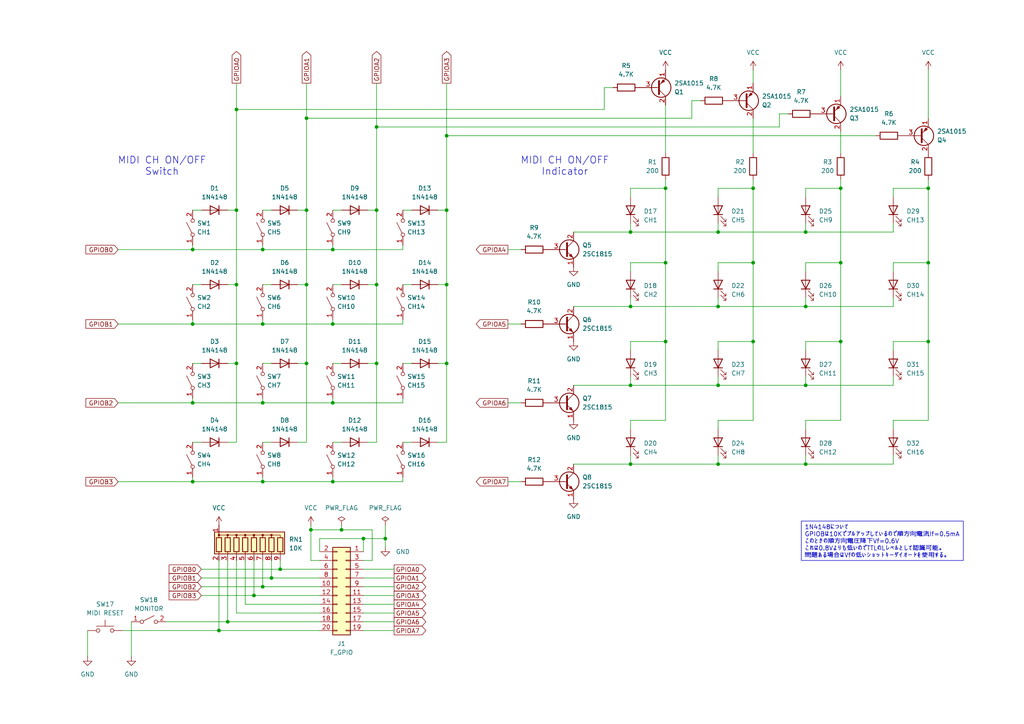
<source format=kicad_sch>
(kicad_sch (version 20231120) (generator "eeschema") (generator_version "8.0")
  (paper "A4")
  (title_block (title "MIDI Channel Selector") (date "2025-03-03") (rev "2.0") (company "46nori"))
  (junction (at 55.88 116.84))
  (junction (at 269.24 54.61))
  (junction (at 182.88 67.31))
  (junction (at 66.04 180.34))
  (junction (at 68.58 82.55))
  (junction (at 90.17 153.67))
  (junction (at 68.58 31.75))
  (junction (at 208.28 134.62))
  (junction (at 109.22 36.83))
  (junction (at 193.04 99.06))
  (junction (at 182.88 111.76))
  (junction (at 243.84 76.2))
  (junction (at 218.44 76.2))
  (junction (at 96.52 116.84))
  (junction (at 109.22 60.96))
  (junction (at 68.58 60.96))
  (junction (at 76.2 170.18))
  (junction (at 233.68 67.31))
  (junction (at 96.52 139.7))
  (junction (at 81.28 165.1))
  (junction (at 96.52 72.39))
  (junction (at 218.44 54.61))
  (junction (at 182.88 88.9))
  (junction (at 233.68 134.62))
  (junction (at 55.88 93.98))
  (junction (at 88.9 60.96))
  (junction (at 109.22 82.55))
  (junction (at 55.88 72.39))
  (junction (at 269.24 76.2))
  (junction (at 129.54 60.96))
  (junction (at 99.06 153.67))
  (junction (at 218.44 99.06))
  (junction (at 243.84 54.61))
  (junction (at 78.74 167.64))
  (junction (at 88.9 82.55))
  (junction (at 208.28 67.31))
  (junction (at 55.88 139.7))
  (junction (at 243.84 99.06))
  (junction (at 129.54 39.37))
  (junction (at 208.28 88.9))
  (junction (at 88.9 105.41))
  (junction (at 76.2 93.98))
  (junction (at 76.2 116.84))
  (junction (at 109.22 105.41))
  (junction (at 73.66 172.72))
  (junction (at 76.2 139.7))
  (junction (at 105.41 156.21))
  (junction (at 233.68 111.76))
  (junction (at 88.9 34.29))
  (junction (at 269.24 99.06))
  (junction (at 193.04 76.2))
  (junction (at 208.28 111.76))
  (junction (at 193.04 54.61))
  (junction (at 182.88 134.62))
  (junction (at 63.5 182.88))
  (junction (at 129.54 82.55))
  (junction (at 129.54 105.41))
  (junction (at 76.2 72.39))
  (junction (at 68.58 105.41))
  (junction (at 96.52 93.98))
  (junction (at 233.68 88.9))
  (junction (at 111.76 156.21))
  (wire (pts (xy 88.9 34.29) (xy 200.66 34.29)))
  (wire (pts (xy 34.29 116.84) (xy 55.88 116.84)))
  (wire (pts (xy 226.06 36.83) (xy 226.06 33.02)))
  (wire (pts (xy 76.2 72.39) (xy 96.52 72.39)))
  (wire (pts (xy 182.88 101.6) (xy 182.88 99.06)))
  (wire (pts (xy 99.06 128.27) (xy 96.52 128.27)))
  (wire (pts (xy 114.3 180.34) (xy 105.41 180.34)))
  (wire (pts (xy 58.42 167.64) (xy 78.74 167.64)))
  (wire (pts (xy 88.9 128.27) (xy 86.36 128.27)))
  (wire (pts (xy 116.84 93.98) (xy 116.84 92.71)))
  (wire (pts (xy 114.3 170.18) (xy 105.41 170.18)))
  (wire (pts (xy 34.29 139.7) (xy 55.88 139.7)))
  (wire (pts (xy 88.9 82.55) (xy 88.9 105.41)))
  (wire (pts (xy 208.28 54.61) (xy 208.28 57.15)))
  (wire (pts (xy 259.08 99.06) (xy 269.24 99.06)))
  (wire (pts (xy 96.52 93.98) (xy 96.52 92.71)))
  (wire (pts (xy 147.32 72.39) (xy 151.13 72.39)))
  (wire (pts (xy 55.88 116.84) (xy 76.2 116.84)))
  (wire (pts (xy 233.68 67.31) (xy 233.68 64.77)))
  (wire (pts (xy 96.52 116.84) (xy 116.84 116.84)))
  (wire (pts (xy 129.54 39.37) (xy 129.54 60.96)))
  (wire (pts (xy 208.28 111.76) (xy 208.28 109.22)))
  (wire (pts (xy 76.2 93.98) (xy 76.2 92.71)))
  (wire (pts (xy 269.24 20.32) (xy 269.24 34.29)))
  (wire (pts (xy 114.3 167.64) (xy 105.41 167.64)))
  (wire (pts (xy 66.04 180.34) (xy 92.71 180.34)))
  (wire (pts (xy 243.84 99.06) (xy 243.84 76.2)))
  (wire (pts (xy 109.22 36.83) (xy 109.22 60.96)))
  (wire (pts (xy 55.88 93.98) (xy 76.2 93.98)))
  (wire (pts (xy 71.12 162.56) (xy 71.12 175.26)))
  (wire (pts (xy 81.28 165.1) (xy 92.71 165.1)))
  (wire (pts (xy 68.58 162.56) (xy 68.58 177.8)))
  (wire (pts (xy 259.08 78.74) (xy 259.08 76.2)))
  (wire (pts (xy 99.06 82.55) (xy 96.52 82.55)))
  (wire (pts (xy 88.9 34.29) (xy 88.9 60.96)))
  (wire (pts (xy 114.3 165.1) (xy 105.41 165.1)))
  (wire (pts (xy 34.29 72.39) (xy 55.88 72.39)))
  (wire (pts (xy 233.68 54.61) (xy 243.84 54.61)))
  (wire (pts (xy 111.76 158.75) (xy 111.76 156.21)))
  (wire (pts (xy 259.08 134.62) (xy 259.08 132.08)))
  (wire (pts (xy 55.88 116.84) (xy 55.88 115.57)))
  (wire (pts (xy 208.28 101.6) (xy 208.28 99.06)))
  (wire (pts (xy 76.2 139.7) (xy 96.52 139.7)))
  (wire (pts (xy 109.22 24.13) (xy 109.22 36.83)))
  (wire (pts (xy 58.42 105.41) (xy 55.88 105.41)))
  (wire (pts (xy 55.88 72.39) (xy 76.2 72.39)))
  (wire (pts (xy 78.74 167.64) (xy 92.71 167.64)))
  (wire (pts (xy 92.71 156.21) (xy 92.71 160.02)))
  (wire (pts (xy 90.17 162.56) (xy 92.71 162.56)))
  (wire (pts (xy 243.84 54.61) (xy 243.84 76.2)))
  (wire (pts (xy 218.44 52.07) (xy 218.44 54.61)))
  (wire (pts (xy 58.42 60.96) (xy 55.88 60.96)))
  (wire (pts (xy 243.84 121.92) (xy 243.84 99.06)))
  (wire (pts (xy 208.28 88.9) (xy 208.28 86.36)))
  (wire (pts (xy 182.88 88.9) (xy 182.88 86.36)))
  (wire (pts (xy 107.95 153.67) (xy 99.06 153.67)))
  (wire (pts (xy 208.28 88.9) (xy 233.68 88.9)))
  (wire (pts (xy 193.04 30.48) (xy 193.04 44.45)))
  (wire (pts (xy 218.44 34.29) (xy 218.44 44.45)))
  (wire (pts (xy 218.44 99.06) (xy 218.44 121.92)))
  (wire (pts (xy 111.76 156.21) (xy 105.41 156.21)))
  (wire (pts (xy 76.2 93.98) (xy 96.52 93.98)))
  (wire (pts (xy 129.54 82.55) (xy 129.54 105.41)))
  (wire (pts (xy 78.74 82.55) (xy 76.2 82.55)))
  (wire (pts (xy 129.54 105.41) (xy 127 105.41)))
  (wire (pts (xy 233.68 111.76) (xy 233.68 109.22)))
  (wire (pts (xy 200.66 34.29) (xy 200.66 29.21)))
  (wire (pts (xy 34.29 93.98) (xy 55.88 93.98)))
  (wire (pts (xy 105.41 162.56) (xy 107.95 162.56)))
  (wire (pts (xy 182.88 99.06) (xy 193.04 99.06)))
  (wire (pts (xy 76.2 116.84) (xy 96.52 116.84)))
  (wire (pts (xy 208.28 78.74) (xy 208.28 76.2)))
  (wire (pts (xy 175.26 31.75) (xy 175.26 25.4)))
  (wire (pts (xy 109.22 105.41) (xy 109.22 128.27)))
  (wire (pts (xy 63.5 182.88) (xy 92.71 182.88)))
  (wire (pts (xy 182.88 121.92) (xy 182.88 124.46)))
  (wire (pts (xy 88.9 105.41) (xy 86.36 105.41)))
  (wire (pts (xy 88.9 60.96) (xy 86.36 60.96)))
  (wire (pts (xy 193.04 76.2) (xy 193.04 99.06)))
  (wire (pts (xy 63.5 162.56) (xy 63.5 182.88)))
  (wire (pts (xy 233.68 111.76) (xy 259.08 111.76)))
  (wire (pts (xy 109.22 82.55) (xy 109.22 105.41)))
  (wire (pts (xy 55.88 139.7) (xy 55.88 138.43)))
  (wire (pts (xy 233.68 99.06) (xy 243.84 99.06)))
  (wire (pts (xy 68.58 128.27) (xy 66.04 128.27)))
  (wire (pts (xy 233.68 88.9) (xy 259.08 88.9)))
  (wire (pts (xy 193.04 54.61) (xy 193.04 76.2)))
  (wire (pts (xy 88.9 105.41) (xy 88.9 128.27)))
  (wire (pts (xy 116.84 139.7) (xy 116.84 138.43)))
  (wire (pts (xy 166.37 88.9) (xy 182.88 88.9)))
  (wire (pts (xy 182.88 88.9) (xy 208.28 88.9)))
  (wire (pts (xy 68.58 105.41) (xy 68.58 128.27)))
  (wire (pts (xy 233.68 124.46) (xy 233.68 121.92)))
  (wire (pts (xy 99.06 105.41) (xy 96.52 105.41)))
  (wire (pts (xy 243.84 52.07) (xy 243.84 54.61)))
  (wire (pts (xy 182.88 67.31) (xy 208.28 67.31)))
  (wire (pts (xy 233.68 67.31) (xy 259.08 67.31)))
  (wire (pts (xy 68.58 105.41) (xy 66.04 105.41)))
  (wire (pts (xy 116.84 116.84) (xy 116.84 115.57)))
  (wire (pts (xy 208.28 134.62) (xy 208.28 132.08)))
  (wire (pts (xy 99.06 60.96) (xy 96.52 60.96)))
  (wire (pts (xy 119.38 128.27) (xy 116.84 128.27)))
  (wire (pts (xy 226.06 33.02) (xy 228.6 33.02)))
  (wire (pts (xy 129.54 105.41) (xy 129.54 128.27)))
  (wire (pts (xy 76.2 116.84) (xy 76.2 115.57)))
  (wire (pts (xy 200.66 29.21) (xy 203.2 29.21)))
  (wire (pts (xy 182.88 111.76) (xy 208.28 111.76)))
  (wire (pts (xy 233.68 134.62) (xy 233.68 132.08)))
  (wire (pts (xy 109.22 36.83) (xy 226.06 36.83)))
  (wire (pts (xy 96.52 116.84) (xy 96.52 115.57)))
  (wire (pts (xy 259.08 121.92) (xy 269.24 121.92)))
  (wire (pts (xy 129.54 82.55) (xy 127 82.55)))
  (wire (pts (xy 147.32 139.7) (xy 151.13 139.7)))
  (wire (pts (xy 208.28 111.76) (xy 233.68 111.76)))
  (wire (pts (xy 76.2 72.39) (xy 76.2 71.12)))
  (wire (pts (xy 147.32 93.98) (xy 151.13 93.98)))
  (wire (pts (xy 208.28 99.06) (xy 218.44 99.06)))
  (wire (pts (xy 233.68 78.74) (xy 233.68 76.2)))
  (wire (pts (xy 233.68 88.9) (xy 233.68 86.36)))
  (wire (pts (xy 182.88 134.62) (xy 182.88 132.08)))
  (wire (pts (xy 147.32 116.84) (xy 151.13 116.84)))
  (wire (pts (xy 269.24 52.07) (xy 269.24 54.61)))
  (wire (pts (xy 182.88 76.2) (xy 193.04 76.2)))
  (wire (pts (xy 208.28 124.46) (xy 208.28 121.92)))
  (wire (pts (xy 182.88 57.15) (xy 182.88 54.61)))
  (wire (pts (xy 105.41 156.21) (xy 105.41 160.02)))
  (wire (pts (xy 233.68 57.15) (xy 233.68 54.61)))
  (wire (pts (xy 25.4 190.5) (xy 25.4 182.88)))
  (wire (pts (xy 182.88 78.74) (xy 182.88 76.2)))
  (wire (pts (xy 259.08 111.76) (xy 259.08 109.22)))
  (wire (pts (xy 119.38 60.96) (xy 116.84 60.96)))
  (wire (pts (xy 269.24 76.2) (xy 269.24 54.61)))
  (wire (pts (xy 73.66 162.56) (xy 73.66 172.72)))
  (wire (pts (xy 58.42 170.18) (xy 76.2 170.18)))
  (wire (pts (xy 193.04 121.92) (xy 182.88 121.92)))
  (wire (pts (xy 208.28 67.31) (xy 233.68 67.31)))
  (wire (pts (xy 35.56 182.88) (xy 63.5 182.88)))
  (wire (pts (xy 233.68 121.92) (xy 243.84 121.92)))
  (wire (pts (xy 55.88 93.98) (xy 55.88 92.71)))
  (wire (pts (xy 233.68 101.6) (xy 233.68 99.06)))
  (wire (pts (xy 129.54 24.13) (xy 129.54 39.37)))
  (wire (pts (xy 99.06 152.4) (xy 99.06 153.67)))
  (wire (pts (xy 208.28 134.62) (xy 233.68 134.62)))
  (wire (pts (xy 78.74 128.27) (xy 76.2 128.27)))
  (wire (pts (xy 218.44 54.61) (xy 208.28 54.61)))
  (wire (pts (xy 58.42 128.27) (xy 55.88 128.27)))
  (wire (pts (xy 68.58 60.96) (xy 68.58 82.55)))
  (wire (pts (xy 96.52 139.7) (xy 116.84 139.7)))
  (wire (pts (xy 78.74 60.96) (xy 76.2 60.96)))
  (wire (pts (xy 114.3 172.72) (xy 105.41 172.72)))
  (wire (pts (xy 68.58 31.75) (xy 175.26 31.75)))
  (wire (pts (xy 76.2 170.18) (xy 92.71 170.18)))
  (wire (pts (xy 218.44 76.2) (xy 218.44 99.06)))
  (wire (pts (xy 109.22 128.27) (xy 106.68 128.27)))
  (wire (pts (xy 116.84 72.39) (xy 116.84 71.12)))
  (wire (pts (xy 90.17 152.4) (xy 90.17 153.67)))
  (wire (pts (xy 218.44 54.61) (xy 218.44 76.2)))
  (wire (pts (xy 88.9 82.55) (xy 86.36 82.55)))
  (wire (pts (xy 68.58 82.55) (xy 66.04 82.55)))
  (wire (pts (xy 107.95 162.56) (xy 107.95 153.67)))
  (wire (pts (xy 166.37 111.76) (xy 182.88 111.76)))
  (wire (pts (xy 114.3 175.26) (xy 105.41 175.26)))
  (wire (pts (xy 119.38 82.55) (xy 116.84 82.55)))
  (wire (pts (xy 114.3 177.8) (xy 105.41 177.8)))
  (wire (pts (xy 269.24 76.2) (xy 269.24 99.06)))
  (wire (pts (xy 55.88 72.39) (xy 55.88 71.12)))
  (wire (pts (xy 182.88 111.76) (xy 182.88 109.22)))
  (wire (pts (xy 78.74 162.56) (xy 78.74 167.64)))
  (wire (pts (xy 68.58 31.75) (xy 68.58 60.96)))
  (wire (pts (xy 208.28 76.2) (xy 218.44 76.2)))
  (wire (pts (xy 243.84 38.1) (xy 243.84 44.45)))
  (wire (pts (xy 90.17 153.67) (xy 90.17 162.56)))
  (wire (pts (xy 68.58 60.96) (xy 66.04 60.96)))
  (wire (pts (xy 182.88 134.62) (xy 208.28 134.62)))
  (wire (pts (xy 182.88 54.61) (xy 193.04 54.61)))
  (wire (pts (xy 48.26 180.34) (xy 66.04 180.34)))
  (wire (pts (xy 259.08 76.2) (xy 269.24 76.2)))
  (wire (pts (xy 109.22 82.55) (xy 106.68 82.55)))
  (wire (pts (xy 109.22 60.96) (xy 106.68 60.96)))
  (wire (pts (xy 38.1 180.34) (xy 38.1 190.5)))
  (wire (pts (xy 119.38 105.41) (xy 116.84 105.41)))
  (wire (pts (xy 96.52 72.39) (xy 116.84 72.39)))
  (wire (pts (xy 166.37 67.31) (xy 182.88 67.31)))
  (wire (pts (xy 193.04 99.06) (xy 193.04 121.92)))
  (wire (pts (xy 66.04 162.56) (xy 66.04 180.34)))
  (wire (pts (xy 259.08 54.61) (xy 269.24 54.61)))
  (wire (pts (xy 96.52 72.39) (xy 96.52 71.12)))
  (wire (pts (xy 259.08 57.15) (xy 259.08 54.61)))
  (wire (pts (xy 193.04 52.07) (xy 193.04 54.61)))
  (wire (pts (xy 259.08 101.6) (xy 259.08 99.06)))
  (wire (pts (xy 129.54 128.27) (xy 127 128.27)))
  (wire (pts (xy 58.42 82.55) (xy 55.88 82.55)))
  (wire (pts (xy 129.54 39.37) (xy 254 39.37)))
  (wire (pts (xy 259.08 88.9) (xy 259.08 86.36)))
  (wire (pts (xy 68.58 177.8) (xy 92.71 177.8)))
  (wire (pts (xy 233.68 134.62) (xy 259.08 134.62)))
  (wire (pts (xy 96.52 139.7) (xy 96.52 138.43)))
  (wire (pts (xy 76.2 162.56) (xy 76.2 170.18)))
  (wire (pts (xy 58.42 172.72) (xy 73.66 172.72)))
  (wire (pts (xy 208.28 67.31) (xy 208.28 64.77)))
  (wire (pts (xy 129.54 60.96) (xy 129.54 82.55)))
  (wire (pts (xy 259.08 67.31) (xy 259.08 64.77)))
  (wire (pts (xy 243.84 20.32) (xy 243.84 27.94)))
  (wire (pts (xy 114.3 182.88) (xy 105.41 182.88)))
  (wire (pts (xy 78.74 105.41) (xy 76.2 105.41)))
  (wire (pts (xy 218.44 20.32) (xy 218.44 24.13)))
  (wire (pts (xy 96.52 93.98) (xy 116.84 93.98)))
  (wire (pts (xy 55.88 139.7) (xy 76.2 139.7)))
  (wire (pts (xy 58.42 165.1) (xy 81.28 165.1)))
  (wire (pts (xy 111.76 152.4) (xy 111.76 156.21)))
  (wire (pts (xy 166.37 134.62) (xy 182.88 134.62)))
  (wire (pts (xy 259.08 124.46) (xy 259.08 121.92)))
  (wire (pts (xy 175.26 25.4) (xy 177.8 25.4)))
  (wire (pts (xy 71.12 175.26) (xy 92.71 175.26)))
  (wire (pts (xy 182.88 67.31) (xy 182.88 64.77)))
  (wire (pts (xy 269.24 99.06) (xy 269.24 121.92)))
  (wire (pts (xy 92.71 156.21) (xy 105.41 156.21)))
  (wire (pts (xy 88.9 24.13) (xy 88.9 34.29)))
  (wire (pts (xy 68.58 24.13) (xy 68.58 31.75)))
  (wire (pts (xy 208.28 121.92) (xy 218.44 121.92)))
  (wire (pts (xy 73.66 172.72) (xy 92.71 172.72)))
  (wire (pts (xy 81.28 162.56) (xy 81.28 165.1)))
  (wire (pts (xy 129.54 60.96) (xy 127 60.96)))
  (wire (pts (xy 109.22 60.96) (xy 109.22 82.55)))
  (wire (pts (xy 76.2 139.7) (xy 76.2 138.43)))
  (wire (pts (xy 233.68 76.2) (xy 243.84 76.2)))
  (wire (pts (xy 109.22 105.41) (xy 106.68 105.41)))
  (wire (pts (xy 68.58 82.55) (xy 68.58 105.41)))
  (wire (pts (xy 99.06 153.67) (xy 90.17 153.67)))
  (wire (pts (xy 88.9 60.96) (xy 88.9 82.55)))
  (text_box "1N4148について\nGPIOBは10Kでプルアップしているので順方向電流If=0.5mA\nこのときの順方向電圧降下Vf=0.6V\nこれは0.8Vよりも低いのでTTLのLレベルとして認識可能。\n問題ある場合はVfの低いショットキーダイオードを使用する。" (at 232.41 151.13 0) (size 46.99 11.43) (effects (font (size 1.27 1.27)) (justify left top)))
  (text "MIDI CH ON/OFF\nIndicator\n" (at 163.83 48.26 0) (effects (font (size 2.032 2.032))))
  (text "MIDI CH ON/OFF\nSwitch" (at 46.99 48.26 0) (effects (font (size 2.032 2.032))))
  (global_label "GPIOA6" (shape output) (at 114.3 180.34 0) (property "Intersheetrefs" "${INTERSHEET_REFS}" (effects (hide yes))))
  (global_label "GPIOA1" (shape output) (at 88.9 24.13 90) (property "Intersheetrefs" "${INTERSHEET_REFS}" (effects (hide yes))))
  (global_label "GPIOB2" (shape input) (at 58.42 170.18 180) (property "Intersheetrefs" "${INTERSHEET_REFS}" (effects (hide yes))))
  (global_label "GPIOB3" (shape input) (at 34.29 139.7 180) (property "Intersheetrefs" "${INTERSHEET_REFS}" (effects (hide yes))))
  (global_label "GPIOA0" (shape output) (at 114.3 165.1 0) (property "Intersheetrefs" "${INTERSHEET_REFS}" (effects (hide yes))))
  (global_label "GPIOA7" (shape output) (at 147.32 139.7 180) (property "Intersheetrefs" "${INTERSHEET_REFS}" (effects (hide yes))))
  (global_label "GPIOA2" (shape output) (at 109.22 24.13 90) (property "Intersheetrefs" "${INTERSHEET_REFS}" (effects (hide yes))))
  (global_label "GPIOA0" (shape output) (at 68.58 24.13 90) (property "Intersheetrefs" "${INTERSHEET_REFS}" (effects (hide yes))))
  (global_label "GPIOA3" (shape output) (at 114.3 172.72 0) (property "Intersheetrefs" "${INTERSHEET_REFS}" (effects (hide yes))))
  (global_label "GPIOA4" (shape output) (at 114.3 175.26 0) (property "Intersheetrefs" "${INTERSHEET_REFS}" (effects (hide yes))))
  (global_label "GPIOB1" (shape input) (at 58.42 167.64 180) (property "Intersheetrefs" "${INTERSHEET_REFS}" (effects (hide yes))))
  (global_label "GPIOA3" (shape output) (at 129.54 24.13 90) (property "Intersheetrefs" "${INTERSHEET_REFS}" (effects (hide yes))))
  (global_label "GPIOA1" (shape output) (at 114.3 167.64 0) (property "Intersheetrefs" "${INTERSHEET_REFS}" (effects (hide yes))))
  (global_label "GPIOB0" (shape input) (at 34.29 72.39 180) (property "Intersheetrefs" "${INTERSHEET_REFS}" (effects (hide yes))))
  (global_label "GPIOA5" (shape output) (at 147.32 93.98 180) (property "Intersheetrefs" "${INTERSHEET_REFS}" (effects (hide yes))))
  (global_label "GPIOA5" (shape output) (at 114.3 177.8 0) (property "Intersheetrefs" "${INTERSHEET_REFS}" (effects (hide yes))))
  (global_label "GPIOB2" (shape input) (at 34.29 116.84 180) (property "Intersheetrefs" "${INTERSHEET_REFS}" (effects (hide yes))))
  (global_label "GPIOA2" (shape output) (at 114.3 170.18 0) (property "Intersheetrefs" "${INTERSHEET_REFS}" (effects (hide yes))))
  (global_label "GPIOA4" (shape output) (at 147.32 72.39 180) (property "Intersheetrefs" "${INTERSHEET_REFS}" (effects (hide yes))))
  (global_label "GPIOA6" (shape output) (at 147.32 116.84 180) (property "Intersheetrefs" "${INTERSHEET_REFS}" (effects (hide yes))))
  (global_label "GPIOB0" (shape input) (at 58.42 165.1 180) (property "Intersheetrefs" "${INTERSHEET_REFS}" (effects (hide yes))))
  (global_label "GPIOB3" (shape input) (at 58.42 172.72 180) (property "Intersheetrefs" "${INTERSHEET_REFS}" (effects (hide yes))))
  (global_label "GPIOA7" (shape output) (at 114.3 182.88 0) (property "Intersheetrefs" "${INTERSHEET_REFS}" (effects (hide yes))))
  (global_label "GPIOB1" (shape input) (at 34.29 93.98 180) (property "Intersheetrefs" "${INTERSHEET_REFS}" (effects (hide yes))))
  (symbol (lib_id "Device:R") (at 154.94 72.39 90) (unit 1)
    (property "Reference" "R9" (at 154.94 66.04 90))
    (property "Value" "4.7K" (at 154.94 68.58 90))
    (property "Footprint" "Resistor_THT:R_Axial_DIN0207_L6.3mm_D2.5mm_P10.16mm_Horizontal" (effects (hide yes)))
    (property "Description" "Resistor" (effects (hide yes)))
  )
  (symbol (lib_id "Transistor_BJT:2SC1815") (at 163.83 139.7 0) (unit 1)
    (property "Reference" "Q8" (at 168.91 138.4299 0) (effects (justify left)))
    (property "Value" "2SC1815" (at 168.91 140.9699 0) (effects (justify left)))
    (property "Footprint" "Package_TO_SOT_THT:TO-92_Inline" (effects (hide yes)))
    (property "Datasheet" "https://media.digikey.com/pdf/Data%20Sheets/Toshiba%20PDFs/2SC1815.pdf" (effects (hide yes)))
    (property "Description" "0.15A Ic, 50V Vce, Low Noise Audio NPN Transistor, TO-92" (effects (hide yes)))
  )
  (symbol (lib_id "Diode:1N4148") (at 123.19 105.41 0) (mirror y) (unit 1)
    (property "Reference" "D15" (at 123.19 99.06 0))
    (property "Value" "1N4148" (at 123.19 101.6 0))
    (property "Footprint" "Diode_THT:D_DO-35_SOD27_P7.62mm_Horizontal" (effects (hide yes)))
    (property "Datasheet" "https://assets.nexperia.com/documents/data-sheet/1N4148_1N4448.pdf" (effects (hide yes)))
    (property "Description" "100V 0.15A standard switching diode, DO-35" (effects (hide yes)))
    (property "Sim.Device" "D" (effects (hide yes)))
    (property "Sim.Pins" "1=K 2=A" (effects (hide yes)))
  )
  (symbol (lib_id "Device:LED") (at 259.08 128.27 90) (unit 1)
    (property "Reference" "D32" (at 262.89 128.5874 90) (effects (justify right)))
    (property "Value" "CH16" (at 262.89 131.1274 90) (effects (justify right)))
    (property "Footprint" "LED_THT:LED_Rectangular_W5.0mm_H2.0mm" (effects (hide yes)))
    (property "Datasheet" "https://akizukidenshi.com/goodsaffix/OSB5XA7DA4B-GH.pdf" (effects (hide yes)))
    (property "Description" "OSB5XA7DA4B-GH" (effects (hide yes)))
  )
  (symbol (lib_id "Device:R") (at 257.81 39.37 90) (unit 1)
    (property "Reference" "R6" (at 257.81 33.02 90))
    (property "Value" "4.7K" (at 257.81 35.56 90))
    (property "Footprint" "Resistor_THT:R_Axial_DIN0207_L6.3mm_D2.5mm_P10.16mm_Horizontal" (effects (hide yes)))
    (property "Description" "Resistor" (effects (hide yes)))
  )
  (symbol (lib_id "Switch:SW_SPST") (at 76.2 133.35 90) (unit 1) (exclude_from_sim yes)
    (property "Reference" "SW8" (at 77.47 132.0799 90) (effects (justify right)))
    (property "Value" "CH8" (at 77.47 134.6199 90) (effects (justify right)))
    (property "Footprint" "Button_Switch_THT:SW_Slide-03_Wuerth-WS-SLTV_10x2.5x6.4_P2.54mm" (effects (hide yes)))
    (property "Description" "Single Pole Single Throw (SPST) switch" (effects (hide yes)))
  )
  (symbol (lib_id "Device:LED") (at 208.28 60.96 90) (unit 1)
    (property "Reference" "D21" (at 212.09 61.2774 90) (effects (justify right)))
    (property "Value" "CH5" (at 212.09 63.8174 90) (effects (justify right)))
    (property "Footprint" "LED_THT:LED_Rectangular_W5.0mm_H2.0mm" (effects (hide yes)))
    (property "Datasheet" "https://akizukidenshi.com/goodsaffix/OSB5XA7DA4B-GH.pdf" (effects (hide yes)))
    (property "Description" "OSB5XA7DA4B-GH" (effects (hide yes)))
  )
  (symbol (lib_name "GND_2") (lib_id "power:GND") (at 111.76 158.75 0) (unit 1)
    (property "Reference" "#PWR09" (effects (hide yes)))
    (property "Value" "GND" (at 116.84 160.02 0))
    (property "Description" "Power symbol creates a global label with name \"GND\" , ground" (effects (hide yes)))
  )
  (symbol (lib_id "Device:LED") (at 259.08 82.55 90) (unit 1)
    (property "Reference" "D30" (at 262.89 82.8674 90) (effects (justify right)))
    (property "Value" "CH14" (at 262.89 85.4074 90) (effects (justify right)))
    (property "Footprint" "LED_THT:LED_Rectangular_W5.0mm_H2.0mm" (effects (hide yes)))
    (property "Datasheet" "https://akizukidenshi.com/goodsaffix/OSB5XA7DA4B-GH.pdf" (effects (hide yes)))
    (property "Description" "OSB5XA7DA4B-GH" (effects (hide yes)))
  )
  (symbol (lib_id "Transistor_BJT:2SC1815") (at 163.83 72.39 0) (unit 1)
    (property "Reference" "Q5" (at 168.91 71.1199 0) (effects (justify left)))
    (property "Value" "2SC1815" (at 168.91 73.6599 0) (effects (justify left)))
    (property "Footprint" "Package_TO_SOT_THT:TO-92_Inline" (effects (hide yes)))
    (property "Datasheet" "https://media.digikey.com/pdf/Data%20Sheets/Toshiba%20PDFs/2SC1815.pdf" (effects (hide yes)))
    (property "Description" "0.15A Ic, 50V Vce, Low Noise Audio NPN Transistor, TO-92" (effects (hide yes)))
  )
  (symbol (lib_id "Transistor_BJT:2SC1815") (at 163.83 93.98 0) (unit 1)
    (property "Reference" "Q6" (at 168.91 92.7099 0) (effects (justify left)))
    (property "Value" "2SC1815" (at 168.91 95.2499 0) (effects (justify left)))
    (property "Footprint" "Package_TO_SOT_THT:TO-92_Inline" (effects (hide yes)))
    (property "Datasheet" "https://media.digikey.com/pdf/Data%20Sheets/Toshiba%20PDFs/2SC1815.pdf" (effects (hide yes)))
    (property "Description" "0.15A Ic, 50V Vce, Low Noise Audio NPN Transistor, TO-92" (effects (hide yes)))
  )
  (symbol (lib_id "Device:R") (at 207.01 29.21 90) (unit 1)
    (property "Reference" "R8" (at 207.01 22.86 90))
    (property "Value" "4.7K" (at 207.01 25.4 90))
    (property "Footprint" "Resistor_THT:R_Axial_DIN0207_L6.3mm_D2.5mm_P10.16mm_Horizontal" (effects (hide yes)))
    (property "Description" "Resistor" (effects (hide yes)))
  )
  (symbol (lib_id "Switch:SW_SPST") (at 96.52 133.35 90) (unit 1) (exclude_from_sim yes)
    (property "Reference" "SW12" (at 97.79 132.0799 90) (effects (justify right)))
    (property "Value" "CH12" (at 97.79 134.6199 90) (effects (justify right)))
    (property "Footprint" "Button_Switch_THT:SW_Slide-03_Wuerth-WS-SLTV_10x2.5x6.4_P2.54mm" (effects (hide yes)))
    (property "Description" "Single Pole Single Throw (SPST) switch" (effects (hide yes)))
  )
  (symbol (lib_id "Transistor_BJT:2SA1015") (at 266.7 39.37 0) (mirror x) (unit 1)
    (property "Reference" "Q4" (at 271.78 40.6401 0) (effects (justify left)))
    (property "Value" "2SA1015" (at 271.78 38.1001 0) (effects (justify left)))
    (property "Footprint" "Package_TO_SOT_THT:TO-92_Inline" (effects (hide yes)))
    (property "Datasheet" "http://www.datasheetcatalog.org/datasheet/toshiba/905.pdf" (effects (hide yes)))
    (property "Description" "-0.15A Ic, -50V Vce, Low Noise Audio PNP Transistor, TO-92" (effects (hide yes)))
  )
  (symbol (lib_id "Device:R_Network08") (at 73.66 157.48 0) (unit 1)
    (property "Reference" "RN1" (at 83.82 156.4639 0) (effects (justify left)))
    (property "Value" "10K" (at 83.82 159.0039 0) (effects (justify left)))
    (property "Footprint" "Resistor_THT:R_Array_SIP9" (effects (hide yes)))
    (property "Datasheet" "http://www.vishay.com/docs/31509/csc.pdf" (effects (hide yes)))
    (property "Description" "8 resistor network, star topology, bussed resistors, small symbol" (effects (hide yes)))
  )
  (symbol (lib_id "Device:R") (at 181.61 25.4 90) (unit 1)
    (property "Reference" "R5" (at 181.61 19.05 90))
    (property "Value" "4.7K" (at 181.61 21.59 90))
    (property "Footprint" "Resistor_THT:R_Axial_DIN0207_L6.3mm_D2.5mm_P10.16mm_Horizontal" (effects (hide yes)))
    (property "Description" "Resistor" (effects (hide yes)))
  )
  (symbol (lib_id "power:VCC") (at 193.04 20.32 0) (unit 1)
    (property "Reference" "#PWR01" (effects (hide yes)))
    (property "Value" "VCC" (at 193.04 15.24 0))
    (property "Description" "Power symbol creates a global label with name \"VCC\"" (effects (hide yes)))
  )
  (symbol (lib_id "Switch:SW_SPST") (at 55.88 66.04 90) (unit 1) (exclude_from_sim yes)
    (property "Reference" "SW1" (at 57.15 64.7699 90) (effects (justify right)))
    (property "Value" "CH1" (at 57.15 67.3099 90) (effects (justify right)))
    (property "Footprint" "Button_Switch_THT:SW_Slide-03_Wuerth-WS-SLTV_10x2.5x6.4_P2.54mm" (effects (hide yes)))
    (property "Description" "Single Pole Single Throw (SPST) switch" (effects (hide yes)))
  )
  (symbol (lib_id "Switch:SW_SPST") (at 116.84 133.35 90) (unit 1) (exclude_from_sim yes)
    (property "Reference" "SW16" (at 118.11 132.0799 90) (effects (justify right)))
    (property "Value" "CH16" (at 118.11 134.6199 90) (effects (justify right)))
    (property "Footprint" "Button_Switch_THT:SW_Slide-03_Wuerth-WS-SLTV_10x2.5x6.4_P2.54mm" (effects (hide yes)))
    (property "Description" "Single Pole Single Throw (SPST) switch" (effects (hide yes)))
  )
  (symbol (lib_id "Device:LED") (at 208.28 105.41 90) (unit 1)
    (property "Reference" "D23" (at 212.09 105.7274 90) (effects (justify right)))
    (property "Value" "CH7" (at 212.09 108.2674 90) (effects (justify right)))
    (property "Footprint" "LED_THT:LED_Rectangular_W5.0mm_H2.0mm" (effects (hide yes)))
    (property "Datasheet" "https://akizukidenshi.com/goodsaffix/OSB5XA7DA4B-GH.pdf" (effects (hide yes)))
    (property "Description" "OSB5XA7DA4B-GH" (effects (hide yes)))
  )
  (symbol (lib_id "Diode:1N4148") (at 82.55 128.27 0) (mirror y) (unit 1)
    (property "Reference" "D8" (at 82.55 121.92 0))
    (property "Value" "1N4148" (at 82.55 124.46 0))
    (property "Footprint" "Diode_THT:D_DO-35_SOD27_P7.62mm_Horizontal" (effects (hide yes)))
    (property "Datasheet" "https://assets.nexperia.com/documents/data-sheet/1N4148_1N4448.pdf" (effects (hide yes)))
    (property "Description" "100V 0.15A standard switching diode, DO-35" (effects (hide yes)))
    (property "Sim.Device" "D" (effects (hide yes)))
    (property "Sim.Pins" "1=K 2=A" (effects (hide yes)))
  )
  (symbol (lib_id "Connector_Generic:Conn_02x10_Odd_Even") (at 100.33 170.18 0) (mirror y) (unit 1)
    (property "Reference" "J1" (at 99.06 186.69 0))
    (property "Value" "F_GPIO" (at 99.06 189.23 0))
    (property "Footprint" "Connector_PinHeader_2.54mm:PinHeader_2x10_P2.54mm_Vertical" (effects (hide yes)))
    (property "Description" "Generic connector, double row, 02x10, odd/even pin numbering scheme (row 1 odd numbers, row 2 even numbers), script generated (kicad-library-utils/schlib/autogen/connector/)" (effects (hide yes)))
  )
  (symbol (lib_id "power:VCC") (at 218.44 20.32 0) (unit 1)
    (property "Reference" "#PWR02" (effects (hide yes)))
    (property "Value" "VCC" (at 218.44 15.24 0))
    (property "Description" "Power symbol creates a global label with name \"VCC\"" (effects (hide yes)))
  )
  (symbol (lib_id "Diode:1N4148") (at 102.87 105.41 0) (mirror y) (unit 1)
    (property "Reference" "D11" (at 102.87 99.06 0))
    (property "Value" "1N4148" (at 102.87 101.6 0))
    (property "Footprint" "Diode_THT:D_DO-35_SOD27_P7.62mm_Horizontal" (effects (hide yes)))
    (property "Datasheet" "https://assets.nexperia.com/documents/data-sheet/1N4148_1N4448.pdf" (effects (hide yes)))
    (property "Description" "100V 0.15A standard switching diode, DO-35" (effects (hide yes)))
    (property "Sim.Device" "D" (effects (hide yes)))
    (property "Sim.Pins" "1=K 2=A" (effects (hide yes)))
  )
  (symbol (lib_id "Switch:SW_SPST") (at 116.84 110.49 90) (unit 1) (exclude_from_sim yes)
    (property "Reference" "SW15" (at 118.11 109.2199 90) (effects (justify right)))
    (property "Value" "CH15" (at 118.11 111.7599 90) (effects (justify right)))
    (property "Footprint" "Button_Switch_THT:SW_Slide-03_Wuerth-WS-SLTV_10x2.5x6.4_P2.54mm" (effects (hide yes)))
    (property "Description" "Single Pole Single Throw (SPST) switch" (effects (hide yes)))
  )
  (symbol (lib_id "power:GND") (at 25.4 190.5 0) (unit 1)
    (property "Reference" "#PWR05" (effects (hide yes)))
    (property "Value" "GND" (at 25.4 195.58 0))
    (property "Description" "Power symbol creates a global label with name \"GND\" , ground" (effects (hide yes)))
  )
  (symbol (lib_id "Device:R") (at 269.24 48.26 180) (unit 1)
    (property "Reference" "R4" (at 265.43 46.99 0))
    (property "Value" "200" (at 265.43 49.53 0))
    (property "Footprint" "Resistor_THT:R_Axial_DIN0207_L6.3mm_D2.5mm_P10.16mm_Horizontal" (effects (hide yes)))
    (property "Description" "Resistor" (effects (hide yes)))
  )
  (symbol (lib_id "power:PWR_FLAG") (at 99.06 152.4 0) (unit 1)
    (property "Reference" "#FLG01" (effects (hide yes)))
    (property "Value" "PWR_FLAG" (at 99.06 147.32 0))
    (property "Description" "Special symbol for telling ERC where power comes from" (effects (hide yes)))
  )
  (symbol (lib_id "Device:R") (at 154.94 93.98 90) (unit 1)
    (property "Reference" "R10" (at 154.94 87.63 90))
    (property "Value" "4.7K" (at 154.94 90.17 90))
    (property "Footprint" "Resistor_THT:R_Axial_DIN0207_L6.3mm_D2.5mm_P10.16mm_Horizontal" (effects (hide yes)))
    (property "Description" "Resistor" (effects (hide yes)))
  )
  (symbol (lib_id "Diode:1N4148") (at 62.23 128.27 0) (mirror y) (unit 1)
    (property "Reference" "D4" (at 62.23 121.92 0))
    (property "Value" "1N4148" (at 62.23 124.46 0))
    (property "Footprint" "Diode_THT:D_DO-35_SOD27_P7.62mm_Horizontal" (effects (hide yes)))
    (property "Datasheet" "https://assets.nexperia.com/documents/data-sheet/1N4148_1N4448.pdf" (effects (hide yes)))
    (property "Description" "100V 0.15A standard switching diode, DO-35" (effects (hide yes)))
    (property "Sim.Device" "D" (effects (hide yes)))
    (property "Sim.Pins" "1=K 2=A" (effects (hide yes)))
  )
  (symbol (lib_id "Device:LED") (at 233.68 128.27 90) (unit 1)
    (property "Reference" "D28" (at 237.49 128.5874 90) (effects (justify right)))
    (property "Value" "CH12" (at 237.49 131.1274 90) (effects (justify right)))
    (property "Footprint" "LED_THT:LED_Rectangular_W5.0mm_H2.0mm" (effects (hide yes)))
    (property "Datasheet" "https://akizukidenshi.com/goodsaffix/OSB5XA7DA4B-GH.pdf" (effects (hide yes)))
    (property "Description" "OSB5XA7DA4B-GH" (effects (hide yes)))
  )
  (symbol (lib_id "Device:LED") (at 233.68 60.96 90) (unit 1)
    (property "Reference" "D25" (at 237.49 61.2774 90) (effects (justify right)))
    (property "Value" "CH9" (at 237.49 63.8174 90) (effects (justify right)))
    (property "Footprint" "LED_THT:LED_Rectangular_W5.0mm_H2.0mm" (effects (hide yes)))
    (property "Datasheet" "https://akizukidenshi.com/goodsaffix/OSB5XA7DA4B-GH.pdf" (effects (hide yes)))
    (property "Description" "OSB5XA7DA4B-GH" (effects (hide yes)))
  )
  (symbol (lib_id "Diode:1N4148") (at 123.19 60.96 0) (mirror y) (unit 1)
    (property "Reference" "D13" (at 123.19 54.61 0))
    (property "Value" "1N4148" (at 123.19 57.15 0))
    (property "Footprint" "Diode_THT:D_DO-35_SOD27_P7.62mm_Horizontal" (effects (hide yes)))
    (property "Datasheet" "https://assets.nexperia.com/documents/data-sheet/1N4148_1N4448.pdf" (effects (hide yes)))
    (property "Description" "100V 0.15A standard switching diode, DO-35" (effects (hide yes)))
    (property "Sim.Device" "D" (effects (hide yes)))
    (property "Sim.Pins" "1=K 2=A" (effects (hide yes)))
  )
  (symbol (lib_id "Device:R") (at 154.94 139.7 90) (unit 1)
    (property "Reference" "R12" (at 154.94 133.35 90))
    (property "Value" "4.7K" (at 154.94 135.89 90))
    (property "Footprint" "Resistor_THT:R_Axial_DIN0207_L6.3mm_D2.5mm_P10.16mm_Horizontal" (effects (hide yes)))
    (property "Description" "Resistor" (effects (hide yes)))
  )
  (symbol (lib_id "Device:LED") (at 208.28 128.27 90) (unit 1)
    (property "Reference" "D24" (at 212.09 128.5874 90) (effects (justify right)))
    (property "Value" "CH8" (at 212.09 131.1274 90) (effects (justify right)))
    (property "Footprint" "LED_THT:LED_Rectangular_W5.0mm_H2.0mm" (effects (hide yes)))
    (property "Datasheet" "https://akizukidenshi.com/goodsaffix/OSB5XA7DA4B-GH.pdf" (effects (hide yes)))
    (property "Description" "OSB5XA7DA4B-GH" (effects (hide yes)))
  )
  (symbol (lib_id "Switch:SW_SPST") (at 96.52 66.04 90) (unit 1) (exclude_from_sim yes)
    (property "Reference" "SW9" (at 97.79 64.7699 90) (effects (justify right)))
    (property "Value" "CH9" (at 97.79 67.3099 90) (effects (justify right)))
    (property "Footprint" "Button_Switch_THT:SW_Slide-03_Wuerth-WS-SLTV_10x2.5x6.4_P2.54mm" (effects (hide yes)))
    (property "Description" "Single Pole Single Throw (SPST) switch" (effects (hide yes)))
  )
  (symbol (lib_id "Switch:SW_SPST") (at 76.2 66.04 90) (unit 1) (exclude_from_sim yes)
    (property "Reference" "SW5" (at 77.47 64.7699 90) (effects (justify right)))
    (property "Value" "CH5" (at 77.47 67.3099 90) (effects (justify right)))
    (property "Footprint" "Button_Switch_THT:SW_Slide-03_Wuerth-WS-SLTV_10x2.5x6.4_P2.54mm" (effects (hide yes)))
    (property "Description" "Single Pole Single Throw (SPST) switch" (effects (hide yes)))
  )
  (symbol (lib_id "Device:LED") (at 182.88 105.41 90) (unit 1)
    (property "Reference" "D19" (at 186.69 105.7274 90) (effects (justify right)))
    (property "Value" "CH3" (at 186.69 108.2674 90) (effects (justify right)))
    (property "Footprint" "LED_THT:LED_Rectangular_W5.0mm_H2.0mm" (effects (hide yes)))
    (property "Datasheet" "https://akizukidenshi.com/goodsaffix/OSB5XA7DA4B-GH.pdf" (effects (hide yes)))
    (property "Description" "OSB5XA7DA4B-GH" (effects (hide yes)))
  )
  (symbol (lib_id "Diode:1N4148") (at 62.23 60.96 0) (mirror y) (unit 1)
    (property "Reference" "D1" (at 62.23 54.61 0))
    (property "Value" "1N4148" (at 62.23 57.15 0))
    (property "Footprint" "Diode_THT:D_DO-35_SOD27_P7.62mm_Horizontal" (effects (hide yes)))
    (property "Datasheet" "https://assets.nexperia.com/documents/data-sheet/1N4148_1N4448.pdf" (effects (hide yes)))
    (property "Description" "100V 0.15A standard switching diode, DO-35" (effects (hide yes)))
    (property "Sim.Device" "D" (effects (hide yes)))
    (property "Sim.Pins" "1=K 2=A" (effects (hide yes)))
  )
  (symbol (lib_id "Diode:1N4148") (at 102.87 60.96 0) (mirror y) (unit 1)
    (property "Reference" "D9" (at 102.87 54.61 0))
    (property "Value" "1N4148" (at 102.87 57.15 0))
    (property "Footprint" "Diode_THT:D_DO-35_SOD27_P7.62mm_Horizontal" (effects (hide yes)))
    (property "Datasheet" "https://assets.nexperia.com/documents/data-sheet/1N4148_1N4448.pdf" (effects (hide yes)))
    (property "Description" "100V 0.15A standard switching diode, DO-35" (effects (hide yes)))
    (property "Sim.Device" "D" (effects (hide yes)))
    (property "Sim.Pins" "1=K 2=A" (effects (hide yes)))
  )
  (symbol (lib_id "Diode:1N4148") (at 62.23 105.41 0) (mirror y) (unit 1)
    (property "Reference" "D3" (at 62.23 99.06 0))
    (property "Value" "1N4148" (at 62.23 101.6 0))
    (property "Footprint" "Diode_THT:D_DO-35_SOD27_P7.62mm_Horizontal" (effects (hide yes)))
    (property "Datasheet" "https://assets.nexperia.com/documents/data-sheet/1N4148_1N4448.pdf" (effects (hide yes)))
    (property "Description" "100V 0.15A standard switching diode, DO-35" (effects (hide yes)))
    (property "Sim.Device" "D" (effects (hide yes)))
    (property "Sim.Pins" "1=K 2=A" (effects (hide yes)))
  )
  (symbol (lib_id "power:GND") (at 166.37 144.78 0) (unit 1)
    (property "Reference" "#PWR013" (effects (hide yes)))
    (property "Value" "GND" (at 166.37 149.86 0))
    (property "Description" "Power symbol creates a global label with name \"GND\" , ground" (effects (hide yes)))
  )
  (symbol (lib_id "Transistor_BJT:2SC1815") (at 163.83 116.84 0) (unit 1)
    (property "Reference" "Q7" (at 168.91 115.5699 0) (effects (justify left)))
    (property "Value" "2SC1815" (at 168.91 118.1099 0) (effects (justify left)))
    (property "Footprint" "Package_TO_SOT_THT:TO-92_Inline" (effects (hide yes)))
    (property "Datasheet" "https://media.digikey.com/pdf/Data%20Sheets/Toshiba%20PDFs/2SC1815.pdf" (effects (hide yes)))
    (property "Description" "0.15A Ic, 50V Vce, Low Noise Audio NPN Transistor, TO-92" (effects (hide yes)))
  )
  (symbol (lib_id "Switch:SW_SPST") (at 76.2 87.63 90) (unit 1) (exclude_from_sim yes)
    (property "Reference" "SW6" (at 77.47 86.3599 90) (effects (justify right)))
    (property "Value" "CH6" (at 77.47 88.8999 90) (effects (justify right)))
    (property "Footprint" "Button_Switch_THT:SW_Slide-03_Wuerth-WS-SLTV_10x2.5x6.4_P2.54mm" (effects (hide yes)))
    (property "Description" "Single Pole Single Throw (SPST) switch" (effects (hide yes)))
  )
  (symbol (lib_id "Device:R") (at 243.84 48.26 180) (unit 1)
    (property "Reference" "R3" (at 240.03 46.99 0))
    (property "Value" "200" (at 240.03 49.53 0))
    (property "Footprint" "Resistor_THT:R_Axial_DIN0207_L6.3mm_D2.5mm_P10.16mm_Horizontal" (effects (hide yes)))
    (property "Description" "Resistor" (effects (hide yes)))
  )
  (symbol (lib_id "Switch:SW_SPST") (at 43.18 180.34 0) (unit 1) (exclude_from_sim yes)
    (property "Reference" "SW18" (at 43.18 173.99 0))
    (property "Value" "MONITOR" (at 43.18 176.53 0))
    (property "Footprint" "Button_Switch_THT:SW_Slide-03_Wuerth-WS-SLTV_10x2.5x6.4_P2.54mm" (effects (hide yes)))
    (property "Description" "Single Pole Single Throw (SPST) switch" (effects (hide yes)))
  )
  (symbol (lib_id "Device:LED") (at 182.88 128.27 90) (unit 1)
    (property "Reference" "D20" (at 186.69 128.5874 90) (effects (justify right)))
    (property "Value" "CH4" (at 186.69 131.1274 90) (effects (justify right)))
    (property "Footprint" "LED_THT:LED_Rectangular_W5.0mm_H2.0mm" (effects (hide yes)))
    (property "Datasheet" "https://akizukidenshi.com/goodsaffix/OSB5XA7DA4B-GH.pdf" (effects (hide yes)))
    (property "Description" "OSB5XA7DA4B-GH" (effects (hide yes)))
  )
  (symbol (lib_id "Diode:1N4148") (at 82.55 82.55 0) (mirror y) (unit 1)
    (property "Reference" "D6" (at 82.55 76.2 0))
    (property "Value" "1N4148" (at 82.55 78.74 0))
    (property "Footprint" "Diode_THT:D_DO-35_SOD27_P7.62mm_Horizontal" (effects (hide yes)))
    (property "Datasheet" "https://assets.nexperia.com/documents/data-sheet/1N4148_1N4448.pdf" (effects (hide yes)))
    (property "Description" "100V 0.15A standard switching diode, DO-35" (effects (hide yes)))
    (property "Sim.Device" "D" (effects (hide yes)))
    (property "Sim.Pins" "1=K 2=A" (effects (hide yes)))
  )
  (symbol (lib_id "Switch:SW_Push") (at 30.48 182.88 0) (unit 1)
    (property "Reference" "SW17" (at 30.48 175.26 0))
    (property "Value" "MIDI RESET" (at 30.48 177.8 0))
    (property "Footprint" "Button_Switch_THT:SW_PUSH-12mm" (effects (hide yes)))
    (property "Description" "Push button switch, generic, two pins" (effects (hide yes)))
  )
  (symbol (lib_id "Device:LED") (at 259.08 105.41 90) (unit 1)
    (property "Reference" "D31" (at 262.89 105.7274 90) (effects (justify right)))
    (property "Value" "CH15" (at 262.89 108.2674 90) (effects (justify right)))
    (property "Footprint" "LED_THT:LED_Rectangular_W5.0mm_H2.0mm" (effects (hide yes)))
    (property "Datasheet" "https://akizukidenshi.com/goodsaffix/OSB5XA7DA4B-GH.pdf" (effects (hide yes)))
    (property "Description" "OSB5XA7DA4B-GH" (effects (hide yes)))
  )
  (symbol (lib_id "power:GND") (at 38.1 190.5 0) (unit 1)
    (property "Reference" "#PWR06" (effects (hide yes)))
    (property "Value" "GND" (at 38.1 195.58 0))
    (property "Description" "Power symbol creates a global label with name \"GND\" , ground" (effects (hide yes)))
  )
  (symbol (lib_id "Switch:SW_SPST") (at 116.84 87.63 90) (unit 1) (exclude_from_sim yes)
    (property "Reference" "SW14" (at 118.11 86.3599 90) (effects (justify right)))
    (property "Value" "CH14" (at 118.11 88.8999 90) (effects (justify right)))
    (property "Footprint" "Button_Switch_THT:SW_Slide-03_Wuerth-WS-SLTV_10x2.5x6.4_P2.54mm" (effects (hide yes)))
    (property "Description" "Single Pole Single Throw (SPST) switch" (effects (hide yes)))
  )
  (symbol (lib_id "power:GND") (at 166.37 121.92 0) (unit 1)
    (property "Reference" "#PWR012" (effects (hide yes)))
    (property "Value" "GND" (at 166.37 127 0))
    (property "Description" "Power symbol creates a global label with name \"GND\" , ground" (effects (hide yes)))
  )
  (symbol (lib_id "Device:R") (at 218.44 48.26 180) (unit 1)
    (property "Reference" "R2" (at 214.63 46.99 0))
    (property "Value" "200" (at 214.63 49.53 0))
    (property "Footprint" "Resistor_THT:R_Axial_DIN0207_L6.3mm_D2.5mm_P10.16mm_Horizontal" (effects (hide yes)))
    (property "Description" "Resistor" (effects (hide yes)))
  )
  (symbol (lib_id "Switch:SW_SPST") (at 96.52 110.49 90) (unit 1) (exclude_from_sim yes)
    (property "Reference" "SW11" (at 97.79 109.2199 90) (effects (justify right)))
    (property "Value" "CH11" (at 97.79 111.7599 90) (effects (justify right)))
    (property "Footprint" "Button_Switch_THT:SW_Slide-03_Wuerth-WS-SLTV_10x2.5x6.4_P2.54mm" (effects (hide yes)))
    (property "Description" "Single Pole Single Throw (SPST) switch" (effects (hide yes)))
  )
  (symbol (lib_id "Switch:SW_SPST") (at 116.84 66.04 90) (unit 1) (exclude_from_sim yes)
    (property "Reference" "SW13" (at 118.11 64.7699 90) (effects (justify right)))
    (property "Value" "CH13" (at 118.11 67.3099 90) (effects (justify right)))
    (property "Footprint" "Button_Switch_THT:SW_Slide-03_Wuerth-WS-SLTV_10x2.5x6.4_P2.54mm" (effects (hide yes)))
    (property "Description" "Single Pole Single Throw (SPST) switch" (effects (hide yes)))
  )
  (symbol (lib_id "Diode:1N4148") (at 123.19 82.55 0) (mirror y) (unit 1)
    (property "Reference" "D14" (at 123.19 76.2 0))
    (property "Value" "1N4148" (at 123.19 78.74 0))
    (property "Footprint" "Diode_THT:D_DO-35_SOD27_P7.62mm_Horizontal" (effects (hide yes)))
    (property "Datasheet" "https://assets.nexperia.com/documents/data-sheet/1N4148_1N4448.pdf" (effects (hide yes)))
    (property "Description" "100V 0.15A standard switching diode, DO-35" (effects (hide yes)))
    (property "Sim.Device" "D" (effects (hide yes)))
    (property "Sim.Pins" "1=K 2=A" (effects (hide yes)))
  )
  (symbol (lib_id "Diode:1N4148") (at 82.55 60.96 0) (mirror y) (unit 1)
    (property "Reference" "D5" (at 82.55 54.61 0))
    (property "Value" "1N4148" (at 82.55 57.15 0))
    (property "Footprint" "Diode_THT:D_DO-35_SOD27_P7.62mm_Horizontal" (effects (hide yes)))
    (property "Datasheet" "https://assets.nexperia.com/documents/data-sheet/1N4148_1N4448.pdf" (effects (hide yes)))
    (property "Description" "100V 0.15A standard switching diode, DO-35" (effects (hide yes)))
    (property "Sim.Device" "D" (effects (hide yes)))
    (property "Sim.Pins" "1=K 2=A" (effects (hide yes)))
  )
  (symbol (lib_name "VCC_8") (lib_id "power:VCC") (at 63.5 152.4 0) (unit 1)
    (property "Reference" "#PWR07" (effects (hide yes)))
    (property "Value" "VCC" (at 63.5 147.32 0))
    (property "Description" "Power symbol creates a global label with name \"VCC\"" (effects (hide yes)))
  )
  (symbol (lib_id "Switch:SW_SPST") (at 55.88 110.49 90) (unit 1) (exclude_from_sim yes)
    (property "Reference" "SW3" (at 57.15 109.2199 90) (effects (justify right)))
    (property "Value" "CH3" (at 57.15 111.7599 90) (effects (justify right)))
    (property "Footprint" "Button_Switch_THT:SW_Slide-03_Wuerth-WS-SLTV_10x2.5x6.4_P2.54mm" (effects (hide yes)))
    (property "Description" "Single Pole Single Throw (SPST) switch" (effects (hide yes)))
  )
  (symbol (lib_id "Device:R") (at 232.41 33.02 90) (unit 1)
    (property "Reference" "R7" (at 232.41 26.67 90))
    (property "Value" "4.7K" (at 232.41 29.21 90))
    (property "Footprint" "Resistor_THT:R_Axial_DIN0207_L6.3mm_D2.5mm_P10.16mm_Horizontal" (effects (hide yes)))
    (property "Description" "Resistor" (effects (hide yes)))
  )
  (symbol (lib_id "Diode:1N4148") (at 102.87 82.55 0) (mirror y) (unit 1)
    (property "Reference" "D10" (at 102.87 76.2 0))
    (property "Value" "1N4148" (at 102.87 78.74 0))
    (property "Footprint" "Diode_THT:D_DO-35_SOD27_P7.62mm_Horizontal" (effects (hide yes)))
    (property "Datasheet" "https://assets.nexperia.com/documents/data-sheet/1N4148_1N4448.pdf" (effects (hide yes)))
    (property "Description" "100V 0.15A standard switching diode, DO-35" (effects (hide yes)))
    (property "Sim.Device" "D" (effects (hide yes)))
    (property "Sim.Pins" "1=K 2=A" (effects (hide yes)))
  )
  (symbol (lib_id "Device:LED") (at 259.08 60.96 90) (unit 1)
    (property "Reference" "D29" (at 262.89 61.2774 90) (effects (justify right)))
    (property "Value" "CH13" (at 262.89 63.8174 90) (effects (justify right)))
    (property "Footprint" "LED_THT:LED_Rectangular_W5.0mm_H2.0mm" (effects (hide yes)))
    (property "Datasheet" "https://akizukidenshi.com/goodsaffix/OSB5XA7DA4B-GH.pdf" (effects (hide yes)))
    (property "Description" "OSB5XA7DA4B-GH" (effects (hide yes)))
  )
  (symbol (lib_id "Device:LED") (at 182.88 60.96 90) (unit 1)
    (property "Reference" "D17" (at 186.69 61.2774 90) (effects (justify right)))
    (property "Value" "CH1" (at 186.69 63.8174 90) (effects (justify right)))
    (property "Footprint" "LED_THT:LED_Rectangular_W5.0mm_H2.0mm" (effects (hide yes)))
    (property "Datasheet" "https://akizukidenshi.com/goodsaffix/OSB5XA7DA4B-GH.pdf" (effects (hide yes)))
    (property "Description" "OSB5XA7DA4B-GH" (effects (hide yes)))
  )
  (symbol (lib_id "Switch:SW_SPST") (at 96.52 87.63 90) (unit 1) (exclude_from_sim yes)
    (property "Reference" "SW10" (at 97.79 86.3599 90) (effects (justify right)))
    (property "Value" "CH10" (at 97.79 88.8999 90) (effects (justify right)))
    (property "Footprint" "Button_Switch_THT:SW_Slide-03_Wuerth-WS-SLTV_10x2.5x6.4_P2.54mm" (effects (hide yes)))
    (property "Description" "Single Pole Single Throw (SPST) switch" (effects (hide yes)))
  )
  (symbol (lib_id "power:VCC") (at 269.24 20.32 0) (unit 1)
    (property "Reference" "#PWR04" (effects (hide yes)))
    (property "Value" "VCC" (at 269.24 15.24 0))
    (property "Description" "Power symbol creates a global label with name \"VCC\"" (effects (hide yes)))
  )
  (symbol (lib_id "Device:LED") (at 182.88 82.55 90) (unit 1)
    (property "Reference" "D18" (at 186.69 82.8674 90) (effects (justify right)))
    (property "Value" "CH2" (at 186.69 85.4074 90) (effects (justify right)))
    (property "Footprint" "LED_THT:LED_Rectangular_W5.0mm_H2.0mm" (effects (hide yes)))
    (property "Datasheet" "https://akizukidenshi.com/goodsaffix/OSB5XA7DA4B-GH.pdf" (effects (hide yes)))
    (property "Description" "OSB5XA7DA4B-GH" (effects (hide yes)))
  )
  (symbol (lib_id "power:PWR_FLAG") (at 111.76 152.4 0) (unit 1)
    (property "Reference" "#FLG02" (effects (hide yes)))
    (property "Value" "PWR_FLAG" (at 111.76 147.32 0))
    (property "Description" "Special symbol for telling ERC where power comes from" (effects (hide yes)))
  )
  (symbol (lib_id "power:GND") (at 166.37 77.47 0) (unit 1)
    (property "Reference" "#PWR010" (effects (hide yes)))
    (property "Value" "GND" (at 166.37 82.55 0))
    (property "Description" "Power symbol creates a global label with name \"GND\" , ground" (effects (hide yes)))
  )
  (symbol (lib_id "Transistor_BJT:2SA1015") (at 241.3 33.02 0) (mirror x) (unit 1)
    (property "Reference" "Q3" (at 246.38 34.2901 0) (effects (justify left)))
    (property "Value" "2SA1015" (at 246.38 31.7501 0) (effects (justify left)))
    (property "Footprint" "Package_TO_SOT_THT:TO-92_Inline" (effects (hide yes)))
    (property "Datasheet" "http://www.datasheetcatalog.org/datasheet/toshiba/905.pdf" (effects (hide yes)))
    (property "Description" "-0.15A Ic, -50V Vce, Low Noise Audio PNP Transistor, TO-92" (effects (hide yes)))
  )
  (symbol (lib_id "Device:LED") (at 233.68 82.55 90) (unit 1)
    (property "Reference" "D26" (at 237.49 82.8674 90) (effects (justify right)))
    (property "Value" "CH10" (at 237.49 85.4074 90) (effects (justify right)))
    (property "Footprint" "LED_THT:LED_Rectangular_W5.0mm_H2.0mm" (effects (hide yes)))
    (property "Datasheet" "https://akizukidenshi.com/goodsaffix/OSB5XA7DA4B-GH.pdf" (effects (hide yes)))
    (property "Description" "OSB5XA7DA4B-GH" (effects (hide yes)))
  )
  (symbol (lib_id "Transistor_BJT:2SA1015") (at 190.5 25.4 0) (mirror x) (unit 1)
    (property "Reference" "Q1" (at 195.58 26.6701 0) (effects (justify left)))
    (property "Value" "2SA1015" (at 195.58 24.1301 0) (effects (justify left)))
    (property "Footprint" "Package_TO_SOT_THT:TO-92_Inline" (effects (hide yes)))
    (property "Datasheet" "http://www.datasheetcatalog.org/datasheet/toshiba/905.pdf" (effects (hide yes)))
    (property "Description" "-0.15A Ic, -50V Vce, Low Noise Audio PNP Transistor, TO-92" (effects (hide yes)))
  )
  (symbol (lib_id "Diode:1N4148") (at 123.19 128.27 0) (mirror y) (unit 1)
    (property "Reference" "D16" (at 123.19 121.92 0))
    (property "Value" "1N4148" (at 123.19 124.46 0))
    (property "Footprint" "Diode_THT:D_DO-35_SOD27_P7.62mm_Horizontal" (effects (hide yes)))
    (property "Datasheet" "https://assets.nexperia.com/documents/data-sheet/1N4148_1N4448.pdf" (effects (hide yes)))
    (property "Description" "100V 0.15A standard switching diode, DO-35" (effects (hide yes)))
    (property "Sim.Device" "D" (effects (hide yes)))
    (property "Sim.Pins" "1=K 2=A" (effects (hide yes)))
  )
  (symbol (lib_id "power:VCC") (at 243.84 20.32 0) (unit 1)
    (property "Reference" "#PWR03" (effects (hide yes)))
    (property "Value" "VCC" (at 243.84 15.24 0))
    (property "Description" "Power symbol creates a global label with name \"VCC\"" (effects (hide yes)))
  )
  (symbol (lib_id "Switch:SW_SPST") (at 76.2 110.49 90) (unit 1) (exclude_from_sim yes)
    (property "Reference" "SW7" (at 77.47 109.2199 90) (effects (justify right)))
    (property "Value" "CH7" (at 77.47 111.7599 90) (effects (justify right)))
    (property "Footprint" "Button_Switch_THT:SW_Slide-03_Wuerth-WS-SLTV_10x2.5x6.4_P2.54mm" (effects (hide yes)))
    (property "Description" "Single Pole Single Throw (SPST) switch" (effects (hide yes)))
  )
  (symbol (lib_id "Diode:1N4148") (at 62.23 82.55 0) (mirror y) (unit 1)
    (property "Reference" "D2" (at 62.23 76.2 0))
    (property "Value" "1N4148" (at 62.23 78.74 0))
    (property "Footprint" "Diode_THT:D_DO-35_SOD27_P7.62mm_Horizontal" (effects (hide yes)))
    (property "Datasheet" "https://assets.nexperia.com/documents/data-sheet/1N4148_1N4448.pdf" (effects (hide yes)))
    (property "Description" "100V 0.15A standard switching diode, DO-35" (effects (hide yes)))
    (property "Sim.Device" "D" (effects (hide yes)))
    (property "Sim.Pins" "1=K 2=A" (effects (hide yes)))
  )
  (symbol (lib_id "Device:R") (at 154.94 116.84 90) (unit 1)
    (property "Reference" "R11" (at 154.94 110.49 90))
    (property "Value" "4.7K" (at 154.94 113.03 90))
    (property "Footprint" "Resistor_THT:R_Axial_DIN0207_L6.3mm_D2.5mm_P10.16mm_Horizontal" (effects (hide yes)))
    (property "Description" "Resistor" (effects (hide yes)))
  )
  (symbol (lib_name "VCC_8") (lib_id "power:VCC") (at 90.17 152.4 0) (unit 1)
    (property "Reference" "#PWR08" (effects (hide yes)))
    (property "Value" "VCC" (at 90.17 147.32 0))
    (property "Description" "Power symbol creates a global label with name \"VCC\"" (effects (hide yes)))
  )
  (symbol (lib_id "Diode:1N4148") (at 82.55 105.41 0) (mirror y) (unit 1)
    (property "Reference" "D7" (at 82.55 99.06 0))
    (property "Value" "1N4148" (at 82.55 101.6 0))
    (property "Footprint" "Diode_THT:D_DO-35_SOD27_P7.62mm_Horizontal" (effects (hide yes)))
    (property "Datasheet" "https://assets.nexperia.com/documents/data-sheet/1N4148_1N4448.pdf" (effects (hide yes)))
    (property "Description" "100V 0.15A standard switching diode, DO-35" (effects (hide yes)))
    (property "Sim.Device" "D" (effects (hide yes)))
    (property "Sim.Pins" "1=K 2=A" (effects (hide yes)))
  )
  (symbol (lib_id "Switch:SW_SPST") (at 55.88 133.35 90) (unit 1) (exclude_from_sim yes)
    (property "Reference" "SW4" (at 57.15 132.0799 90) (effects (justify right)))
    (property "Value" "CH4" (at 57.15 134.6199 90) (effects (justify right)))
    (property "Footprint" "Button_Switch_THT:SW_Slide-03_Wuerth-WS-SLTV_10x2.5x6.4_P2.54mm" (effects (hide yes)))
    (property "Description" "Single Pole Single Throw (SPST) switch" (effects (hide yes)))
  )
  (symbol (lib_id "Switch:SW_SPST") (at 55.88 87.63 90) (unit 1) (exclude_from_sim yes)
    (property "Reference" "SW2" (at 57.15 86.3599 90) (effects (justify right)))
    (property "Value" "CH2" (at 57.15 88.8999 90) (effects (justify right)))
    (property "Footprint" "Button_Switch_THT:SW_Slide-03_Wuerth-WS-SLTV_10x2.5x6.4_P2.54mm" (effects (hide yes)))
    (property "Description" "Single Pole Single Throw (SPST) switch" (effects (hide yes)))
  )
  (symbol (lib_id "power:GND") (at 166.37 99.06 0) (unit 1)
    (property "Reference" "#PWR011" (effects (hide yes)))
    (property "Value" "GND" (at 166.37 104.14 0))
    (property "Description" "Power symbol creates a global label with name \"GND\" , ground" (effects (hide yes)))
  )
  (symbol (lib_id "Device:LED") (at 208.28 82.55 90) (unit 1)
    (property "Reference" "D22" (at 212.09 82.8674 90) (effects (justify right)))
    (property "Value" "CH6" (at 212.09 85.4074 90) (effects (justify right)))
    (property "Footprint" "LED_THT:LED_Rectangular_W5.0mm_H2.0mm" (effects (hide yes)))
    (property "Datasheet" "https://akizukidenshi.com/goodsaffix/OSB5XA7DA4B-GH.pdf" (effects (hide yes)))
    (property "Description" "OSB5XA7DA4B-GH" (effects (hide yes)))
  )
  (symbol (lib_id "Device:R") (at 193.04 48.26 180) (unit 1)
    (property "Reference" "R1" (at 189.23 46.99 0))
    (property "Value" "200" (at 189.23 49.53 0))
    (property "Footprint" "Resistor_THT:R_Axial_DIN0207_L6.3mm_D2.5mm_P10.16mm_Horizontal" (effects (hide yes)))
    (property "Description" "Resistor" (effects (hide yes)))
  )
  (symbol (lib_id "Diode:1N4148") (at 102.87 128.27 0) (mirror y) (unit 1)
    (property "Reference" "D12" (at 102.87 121.92 0))
    (property "Value" "1N4148" (at 102.87 124.46 0))
    (property "Footprint" "Diode_THT:D_DO-35_SOD27_P7.62mm_Horizontal" (effects (hide yes)))
    (property "Datasheet" "https://assets.nexperia.com/documents/data-sheet/1N4148_1N4448.pdf" (effects (hide yes)))
    (property "Description" "100V 0.15A standard switching diode, DO-35" (effects (hide yes)))
    (property "Sim.Device" "D" (effects (hide yes)))
    (property "Sim.Pins" "1=K 2=A" (effects (hide yes)))
  )
  (symbol (lib_id "Transistor_BJT:2SA1015") (at 215.9 29.21 0) (mirror x) (unit 1)
    (property "Reference" "Q2" (at 220.98 30.4801 0) (effects (justify left)))
    (property "Value" "2SA1015" (at 220.98 27.9401 0) (effects (justify left)))
    (property "Footprint" "Package_TO_SOT_THT:TO-92_Inline" (effects (hide yes)))
    (property "Datasheet" "http://www.datasheetcatalog.org/datasheet/toshiba/905.pdf" (effects (hide yes)))
    (property "Description" "-0.15A Ic, -50V Vce, Low Noise Audio PNP Transistor, TO-92" (effects (hide yes)))
  )
  (symbol (lib_id "Device:LED") (at 233.68 105.41 90) (unit 1)
    (property "Reference" "D27" (at 237.49 105.7274 90) (effects (justify right)))
    (property "Value" "CH11" (at 237.49 108.2674 90) (effects (justify right)))
    (property "Footprint" "LED_THT:LED_Rectangular_W5.0mm_H2.0mm" (effects (hide yes)))
    (property "Datasheet" "https://akizukidenshi.com/goodsaffix/OSB5XA7DA4B-GH.pdf" (effects (hide yes)))
    (property "Description" "OSB5XA7DA4B-GH" (effects (hide yes)))
  )
)
</source>
